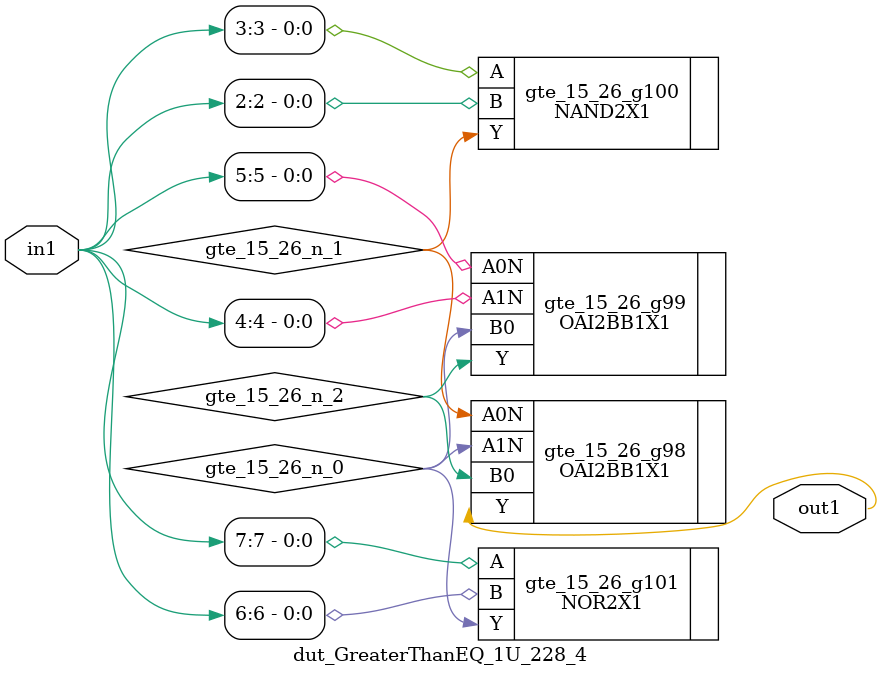
<source format=v>
`timescale 1ps / 1ps


module dut_GreaterThanEQ_1U_228_4(in1, out1);
  input [7:0] in1;
  output out1;
  wire [7:0] in1;
  wire out1;
  wire gte_15_26_n_0, gte_15_26_n_1, gte_15_26_n_2;
  OAI2BB1X1 gte_15_26_g98(.A0N (gte_15_26_n_1), .A1N (gte_15_26_n_0),
       .B0 (gte_15_26_n_2), .Y (out1));
  OAI2BB1X1 gte_15_26_g99(.A0N (in1[5]), .A1N (in1[4]), .B0
       (gte_15_26_n_0), .Y (gte_15_26_n_2));
  NAND2X1 gte_15_26_g100(.A (in1[3]), .B (in1[2]), .Y (gte_15_26_n_1));
  NOR2X1 gte_15_26_g101(.A (in1[7]), .B (in1[6]), .Y (gte_15_26_n_0));
endmodule



</source>
